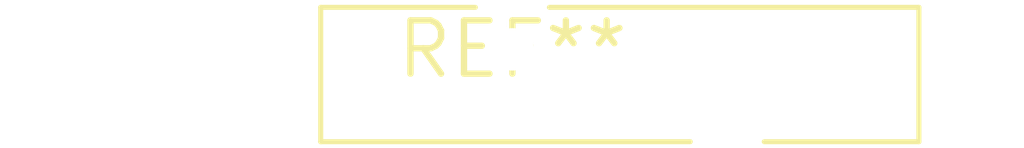
<source format=kicad_pcb>
(kicad_pcb (version 20240108) (generator pcbnew)
  (layers (0 "F.Cu" signal) (31 "B.Cu" signal) (34 "B.Paste" user) (35 "F.Paste" user) (36 "B.SilkS" user "B.Silkscreen") (37 "F.SilkS" user "F.Silkscreen") (38 "B.Mask" user) (39 "F.Mask" user) (44 "Edge.Cuts" user))
  (net 0 "")
  (footprint "Fuse_Bourns_MF-RHT700" (layer "F.Cu") (at 0 0)
    (property "Reference" "REF**")
    (property "Value" "Fuse_Bourns_MF-RHT700")
    (fp_line (start -4.55 -1) (end -4.55 2.2) (layer "F.SilkS") (stroke (width 0.12)))
    (fp_line (start -4.55 -1) (end -0.879 -1) (layer "F.SilkS") (stroke (width 0.12)))
    (fp_line (start -4.55 2.2) (end 4.222 2.2) (layer "F.SilkS") (stroke (width 0.12)))
    (fp_line (start 0.879 -1) (end 9.65 -1) (layer "F.SilkS") (stroke (width 0.12)))
    (fp_line (start 5.979 2.2) (end 9.65 2.2) (layer "F.SilkS") (stroke (width 0.12)))
    (fp_line (start 9.65 -1) (end 9.65 2.2) (layer "F.SilkS") (stroke (width 0.12)))
    (pad "1" thru_hole circle (at 0 0) (size 2.01 2.01) (drill 1.01) (layers *.Cu *.Mask) (remove_unused_layers))
    (pad "2" thru_hole circle (at 5.1 1.2) (size 2.01 2.01) (drill 1.01) (layers *.Cu *.Mask) (remove_unused_layers))
  )
)
</source>
